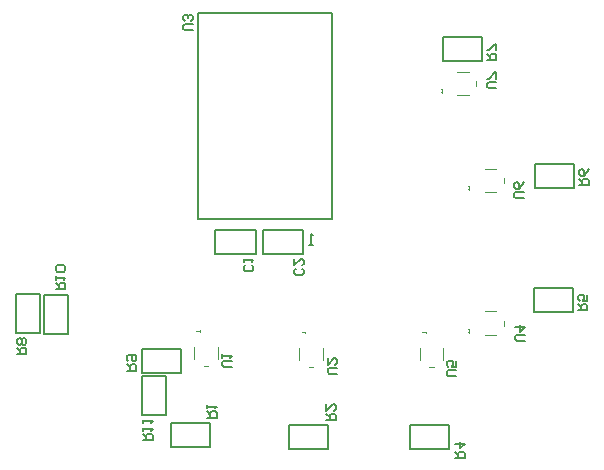
<source format=gbo>
G04 Layer_Color=32896*
%FSLAX44Y44*%
%MOMM*%
G71*
G01*
G75*
%ADD12C,0.2000*%
%ADD25C,0.1500*%
%ADD39C,0.1000*%
D12*
X247000Y184000D02*
Y204000D01*
X213000D02*
X247000D01*
X213000Y184000D02*
Y204000D01*
Y184000D02*
X247000D01*
X173000Y204000D02*
X207000D01*
Y184000D02*
Y204000D01*
X173000Y184000D02*
X207000D01*
X173000D02*
Y204000D01*
X131160Y47490D02*
Y80510D01*
X110840Y47490D02*
X131160D01*
X110840D02*
Y80510D01*
X131160D01*
X48160Y115990D02*
Y149010D01*
X27840Y115990D02*
X48160D01*
X27840D02*
Y149010D01*
X48160D01*
X110490Y103160D02*
X143510D01*
Y82840D02*
Y103160D01*
X110490Y82840D02*
X143510D01*
X110490D02*
Y103160D01*
X24160Y116490D02*
Y149510D01*
X3840Y116490D02*
X24160D01*
X3840D02*
Y149510D01*
X24160D01*
X365490Y367160D02*
X398510D01*
Y346840D02*
Y367160D01*
X365490Y346840D02*
X398510D01*
X365490D02*
Y367160D01*
X443490Y239840D02*
X476510D01*
X443490D02*
Y260160D01*
X476510D01*
Y239840D02*
Y260160D01*
X442490Y134840D02*
X475510D01*
X442490D02*
Y155160D01*
X475510D01*
Y134840D02*
Y155160D01*
X337490Y18840D02*
X370510D01*
X337490D02*
Y39160D01*
X370510D01*
Y18840D02*
Y39160D01*
X235490Y18840D02*
X268510D01*
X235490D02*
Y39160D01*
X268510D01*
Y18840D02*
Y39160D01*
X135490Y19840D02*
X168510D01*
X135490D02*
Y40160D01*
X168510D01*
Y19840D02*
Y40160D01*
X158000Y213000D02*
Y388000D01*
Y213000D02*
X272150D01*
Y388000D01*
X158000D02*
X272150D01*
X256000Y191000D02*
X252668D01*
X254334D01*
Y200997D01*
X256000Y199331D01*
D25*
X153997Y373000D02*
X147333D01*
X146000Y374333D01*
Y376999D01*
X147333Y378332D01*
X153997D01*
X152664Y380997D02*
X153997Y382330D01*
Y384996D01*
X152664Y386329D01*
X151332D01*
X149999Y384996D01*
Y383663D01*
Y384996D01*
X148666Y386329D01*
X147333D01*
X146000Y384996D01*
Y382330D01*
X147333Y380997D01*
X246665Y171332D02*
X247997Y169999D01*
Y167333D01*
X246665Y166000D01*
X241333D01*
X240000Y167333D01*
Y169999D01*
X241333Y171332D01*
X240000Y179329D02*
Y173997D01*
X245332Y179329D01*
X246665D01*
X247997Y177996D01*
Y175330D01*
X246665Y173997D01*
X203664Y174332D02*
X204997Y172999D01*
Y170333D01*
X203664Y169000D01*
X198333D01*
X197000Y170333D01*
Y172999D01*
X198333Y174332D01*
X197000Y176997D02*
Y179663D01*
Y178330D01*
X204997D01*
X203664Y176997D01*
X275997Y82000D02*
X269333D01*
X268000Y83333D01*
Y85999D01*
X269333Y87332D01*
X275997D01*
X268000Y95329D02*
Y89997D01*
X273332Y95329D01*
X274664D01*
X275997Y93996D01*
Y91330D01*
X274664Y89997D01*
X38000Y154000D02*
X45997D01*
Y157999D01*
X44665Y159332D01*
X41999D01*
X40666Y157999D01*
Y154000D01*
Y156666D02*
X38000Y159332D01*
Y161997D02*
Y164663D01*
Y163330D01*
X45997D01*
X44665Y161997D01*
Y168662D02*
X45997Y169995D01*
Y172661D01*
X44665Y173994D01*
X39333D01*
X38000Y172661D01*
Y169995D01*
X39333Y168662D01*
X44665D01*
X5000Y99000D02*
X12997D01*
Y102999D01*
X11665Y104332D01*
X8999D01*
X7666Y102999D01*
Y99000D01*
Y101666D02*
X5000Y104332D01*
X11665Y106997D02*
X12997Y108330D01*
Y110996D01*
X11665Y112329D01*
X10332D01*
X8999Y110996D01*
X7666Y112329D01*
X6333D01*
X5000Y110996D01*
Y108330D01*
X6333Y106997D01*
X7666D01*
X8999Y108330D01*
X10332Y106997D01*
X11665D01*
X8999Y108330D02*
Y110996D01*
X186997Y88000D02*
X180333D01*
X179000Y89333D01*
Y91999D01*
X180333Y93332D01*
X186997D01*
X179000Y95997D02*
Y98663D01*
Y97330D01*
X186997D01*
X185665Y95997D01*
X98000Y85000D02*
X105997D01*
Y88999D01*
X104664Y90332D01*
X101999D01*
X100666Y88999D01*
Y85000D01*
Y87666D02*
X98000Y90332D01*
X99333Y92997D02*
X98000Y94330D01*
Y96996D01*
X99333Y98329D01*
X104664D01*
X105997Y96996D01*
Y94330D01*
X104664Y92997D01*
X103332D01*
X101999Y94330D01*
Y98329D01*
X112000Y26000D02*
X119997D01*
Y29999D01*
X118665Y31332D01*
X115999D01*
X114666Y29999D01*
Y26000D01*
Y28666D02*
X112000Y31332D01*
Y33997D02*
Y36663D01*
Y35330D01*
X119997D01*
X118665Y33997D01*
X112000Y40662D02*
Y43328D01*
Y41995D01*
X119997D01*
X118665Y40662D01*
X166000Y45000D02*
X173997D01*
Y48999D01*
X172665Y50332D01*
X169999D01*
X168666Y48999D01*
Y45000D01*
Y47666D02*
X166000Y50332D01*
Y52997D02*
Y55663D01*
Y54330D01*
X173997D01*
X172665Y52997D01*
X267000Y43000D02*
X274997D01*
Y46999D01*
X273664Y48332D01*
X270999D01*
X269666Y46999D01*
Y43000D01*
Y45666D02*
X267000Y48332D01*
Y56329D02*
Y50997D01*
X272332Y56329D01*
X273664D01*
X274997Y54996D01*
Y52330D01*
X273664Y50997D01*
X376997Y80000D02*
X370333D01*
X369000Y81333D01*
Y83999D01*
X370333Y85332D01*
X376997D01*
Y93329D02*
Y87997D01*
X372999D01*
X374332Y90663D01*
Y91996D01*
X372999Y93329D01*
X370333D01*
X369000Y91996D01*
Y89330D01*
X370333Y87997D01*
X434997Y110000D02*
X428333D01*
X427000Y111333D01*
Y113999D01*
X428333Y115332D01*
X434997D01*
X427000Y121996D02*
X434997D01*
X430999Y117997D01*
Y123329D01*
X433997Y231000D02*
X427333D01*
X426000Y232333D01*
Y234999D01*
X427333Y236332D01*
X433997D01*
Y244329D02*
X432664Y241663D01*
X429999Y238997D01*
X427333D01*
X426000Y240330D01*
Y242996D01*
X427333Y244329D01*
X428666D01*
X429999Y242996D01*
Y238997D01*
X410997Y324000D02*
X404333D01*
X403000Y325333D01*
Y327999D01*
X404333Y329332D01*
X410997D01*
Y331997D02*
Y337329D01*
X409664D01*
X404333Y331997D01*
X403000D01*
Y348000D02*
X410997D01*
Y351999D01*
X409664Y353332D01*
X406999D01*
X405666Y351999D01*
Y348000D01*
Y350666D02*
X403000Y353332D01*
X410997Y355997D02*
Y361329D01*
X409664D01*
X404333Y355997D01*
X403000D01*
X481000Y242000D02*
X488997D01*
Y245999D01*
X487664Y247332D01*
X484999D01*
X483666Y245999D01*
Y242000D01*
Y244666D02*
X481000Y247332D01*
X488997Y255329D02*
X487664Y252663D01*
X484999Y249997D01*
X482333D01*
X481000Y251330D01*
Y253996D01*
X482333Y255329D01*
X483666D01*
X484999Y253996D01*
Y249997D01*
X376000Y11000D02*
X383997D01*
Y14999D01*
X382664Y16332D01*
X379999D01*
X378666Y14999D01*
Y11000D01*
Y13666D02*
X376000Y16332D01*
Y22996D02*
X383997D01*
X379999Y18997D01*
Y24329D01*
X480000Y136000D02*
X487997D01*
Y139999D01*
X486665Y141332D01*
X483999D01*
X482666Y139999D01*
Y136000D01*
Y138666D02*
X480000Y141332D01*
X487997Y149329D02*
Y143997D01*
X483999D01*
X485332Y146663D01*
Y147996D01*
X483999Y149329D01*
X481333D01*
X480000Y147996D01*
Y145330D01*
X481333Y143997D01*
D39*
X378000Y318000D02*
X388000D01*
X378000Y338000D02*
X388000D01*
X394000Y326000D02*
Y330000D01*
X401000Y236000D02*
X411000D01*
X401000Y256000D02*
X411000D01*
X417000Y244000D02*
Y248000D01*
X346000Y94000D02*
Y104000D01*
X366000Y94000D02*
Y104000D01*
X354000Y88000D02*
X358000D01*
X401000Y115002D02*
X411000D01*
X401000Y135002D02*
X411000D01*
X417000Y123002D02*
Y127002D01*
X244000Y94000D02*
Y104000D01*
X264000Y94000D02*
Y104000D01*
X252000Y88000D02*
X256000D01*
X155000Y95000D02*
Y105000D01*
X175000Y95000D02*
Y105000D01*
X163000Y89000D02*
X167000D01*
X364000Y323000D02*
X365000D01*
X364500D01*
Y320001D01*
X364000Y320501D01*
X387000Y241000D02*
X388000D01*
X387500D01*
Y238001D01*
X387000Y238501D01*
X351000Y118000D02*
Y117000D01*
Y117500D01*
X348001D01*
X348501Y118000D01*
X387000Y120002D02*
X387999D01*
X387499D01*
Y117003D01*
X387000Y117503D01*
X249000Y118000D02*
Y117000D01*
Y117500D01*
X246001D01*
X246501Y118000D01*
X160000Y119000D02*
Y118000D01*
Y118500D01*
X157001D01*
X157501Y119000D01*
M02*

</source>
